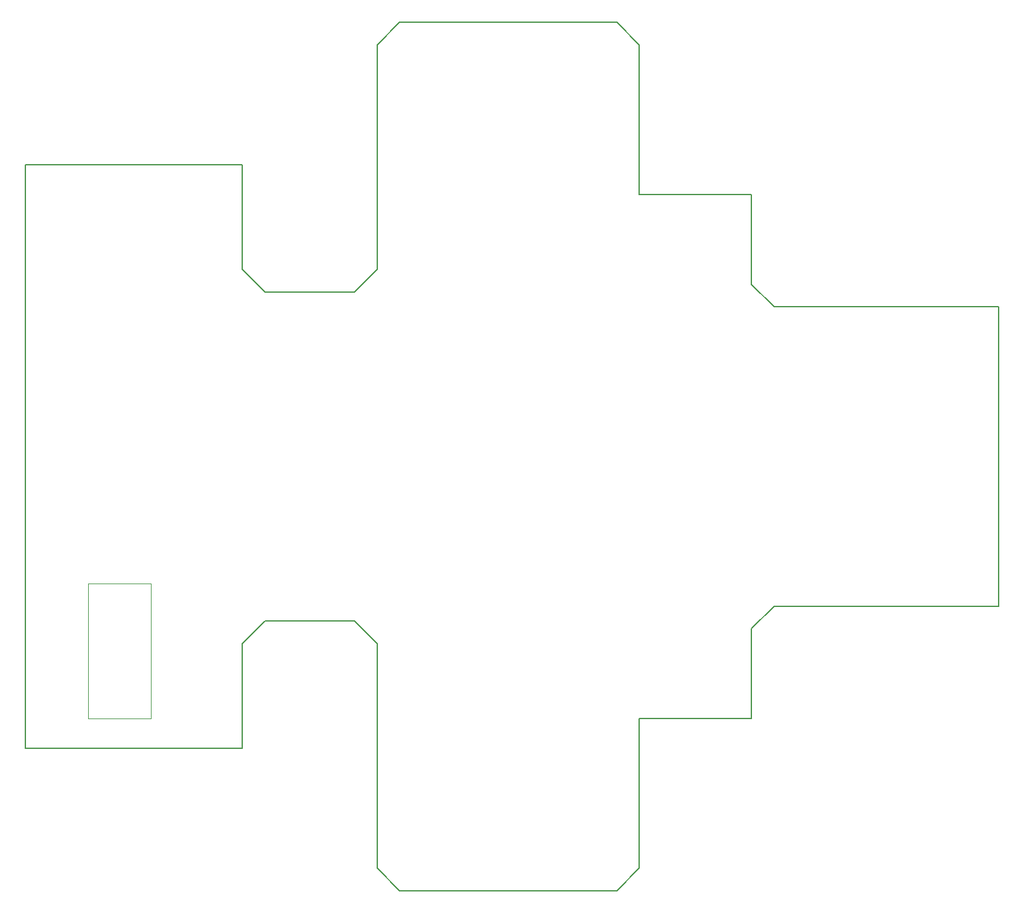
<source format=gbr>
%TF.GenerationSoftware,KiCad,Pcbnew,7.0.9*%
%TF.CreationDate,2024-12-19T19:35:33+09:00*%
%TF.ProjectId,01-MAIN,30312d4d-4149-44e2-9e6b-696361645f70,rev?*%
%TF.SameCoordinates,Original*%
%TF.FileFunction,Profile,NP*%
%FSLAX46Y46*%
G04 Gerber Fmt 4.6, Leading zero omitted, Abs format (unit mm)*
G04 Created by KiCad (PCBNEW 7.0.9) date 2024-12-19 19:35:33*
%MOMM*%
%LPD*%
G01*
G04 APERTURE LIST*
%TA.AperFunction,Profile*%
%ADD10C,0.200000*%
%TD*%
%TA.AperFunction,Profile*%
%ADD11C,0.100000*%
%TD*%
G04 APERTURE END LIST*
D10*
X140000000Y-77000000D02*
X140000000Y-64999999D01*
X42999999Y-100000423D02*
X42999999Y-138999999D01*
X90000000Y-75000000D02*
X87000000Y-78000000D01*
X87000000Y-78000000D02*
X75000000Y-78000000D01*
X140000000Y-64999999D02*
X125000000Y-64999999D01*
D11*
X51435000Y-117000000D02*
X59800000Y-117000000D01*
X59800000Y-135000000D01*
X51435000Y-135000000D01*
X51435000Y-117000000D01*
D10*
X125000000Y-64999999D02*
X125000000Y-44999999D01*
X44146824Y-61000001D02*
X42999999Y-61000001D01*
X140000000Y-122999999D02*
X143000000Y-119999999D01*
X90000000Y-155000001D02*
X93000000Y-158000001D01*
X143000000Y-119999999D02*
X173000001Y-120000000D01*
X143000000Y-80000000D02*
X140000000Y-77000000D01*
X93000000Y-158000001D02*
X122000000Y-158000001D01*
X122000000Y-41999999D02*
X93000000Y-41999999D01*
X72000000Y-61000001D02*
X45853176Y-61000001D01*
X122000000Y-158000001D02*
X125000000Y-155000001D01*
X72000000Y-125000000D02*
X75000000Y-122000000D01*
X72000000Y-138999999D02*
X72000000Y-125000000D01*
X93000000Y-41999999D02*
X90000000Y-44999999D01*
X75000000Y-122000000D02*
X87000000Y-122000000D01*
X72000000Y-75000000D02*
X72000000Y-61000001D01*
X140000000Y-135000000D02*
X140000000Y-122999999D01*
X125000000Y-135000001D02*
X140000000Y-135000000D01*
X42999999Y-61000001D02*
X42999999Y-100000423D01*
X173000001Y-80000000D02*
X143000000Y-80000000D01*
X75000000Y-78000000D02*
X72000000Y-75000000D01*
X42999999Y-138999999D02*
X44146824Y-138999999D01*
X90000000Y-125000000D02*
X90000000Y-155000001D01*
X173000001Y-120000000D02*
X173000001Y-80000000D01*
X45853176Y-138999999D02*
X72000000Y-138999999D01*
X45853176Y-138999999D02*
X44146824Y-138999999D01*
X45853176Y-61000001D02*
X44146824Y-61000001D01*
X125000000Y-44999999D02*
X122000000Y-41999999D01*
X90000000Y-44999999D02*
X90000000Y-75000000D01*
X87000000Y-122000000D02*
X90000000Y-125000000D01*
X125000000Y-155000001D02*
X125000000Y-135000001D01*
M02*

</source>
